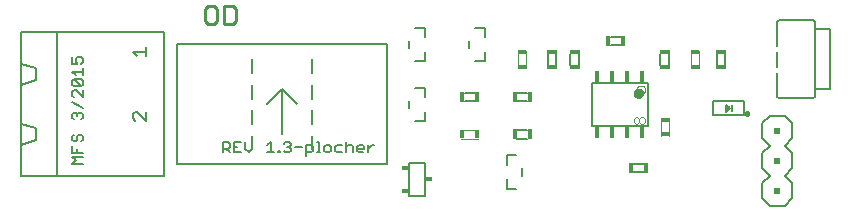
<source format=gto>
G75*
%MOIN*%
%OFA0B0*%
%FSLAX25Y25*%
%IPPOS*%
%LPD*%
%AMOC8*
5,1,8,0,0,1.08239X$1,22.5*
%
%ADD10C,0.01600*%
%ADD11C,0.01000*%
%ADD12C,0.00500*%
%ADD13C,0.00600*%
%ADD14C,0.00400*%
%ADD15R,0.03150X0.01378*%
%ADD16R,0.01378X0.03150*%
%ADD17R,0.03400X0.01600*%
%ADD18C,0.00200*%
%ADD19R,0.01400X0.04000*%
%ADD20R,0.01600X0.03400*%
%ADD21R,0.02300X0.01800*%
%ADD22C,0.00800*%
%ADD23R,0.02000X0.02000*%
D10*
X0206250Y0045350D02*
X0206252Y0045406D01*
X0206258Y0045463D01*
X0206268Y0045518D01*
X0206282Y0045573D01*
X0206299Y0045627D01*
X0206321Y0045679D01*
X0206346Y0045729D01*
X0206374Y0045778D01*
X0206406Y0045825D01*
X0206441Y0045869D01*
X0206479Y0045911D01*
X0206520Y0045950D01*
X0206564Y0045985D01*
X0206610Y0046018D01*
X0206658Y0046047D01*
X0206708Y0046073D01*
X0206760Y0046096D01*
X0206814Y0046114D01*
X0206868Y0046129D01*
X0206923Y0046140D01*
X0206979Y0046147D01*
X0207036Y0046150D01*
X0207092Y0046149D01*
X0207149Y0046144D01*
X0207204Y0046135D01*
X0207259Y0046122D01*
X0207313Y0046105D01*
X0207366Y0046085D01*
X0207417Y0046061D01*
X0207466Y0046033D01*
X0207513Y0046002D01*
X0207558Y0045968D01*
X0207601Y0045930D01*
X0207640Y0045890D01*
X0207677Y0045847D01*
X0207710Y0045802D01*
X0207740Y0045754D01*
X0207767Y0045704D01*
X0207790Y0045653D01*
X0207810Y0045600D01*
X0207826Y0045546D01*
X0207838Y0045490D01*
X0207846Y0045435D01*
X0207850Y0045378D01*
X0207850Y0045322D01*
X0207846Y0045265D01*
X0207838Y0045210D01*
X0207826Y0045154D01*
X0207810Y0045100D01*
X0207790Y0045047D01*
X0207767Y0044996D01*
X0207740Y0044946D01*
X0207710Y0044898D01*
X0207677Y0044853D01*
X0207640Y0044810D01*
X0207601Y0044770D01*
X0207558Y0044732D01*
X0207513Y0044698D01*
X0207466Y0044667D01*
X0207417Y0044639D01*
X0207366Y0044615D01*
X0207313Y0044595D01*
X0207259Y0044578D01*
X0207204Y0044565D01*
X0207149Y0044556D01*
X0207092Y0044551D01*
X0207036Y0044550D01*
X0206979Y0044553D01*
X0206923Y0044560D01*
X0206868Y0044571D01*
X0206814Y0044586D01*
X0206760Y0044604D01*
X0206708Y0044627D01*
X0206658Y0044653D01*
X0206610Y0044682D01*
X0206564Y0044715D01*
X0206520Y0044750D01*
X0206479Y0044789D01*
X0206441Y0044831D01*
X0206406Y0044875D01*
X0206374Y0044922D01*
X0206346Y0044971D01*
X0206321Y0045021D01*
X0206299Y0045073D01*
X0206282Y0045127D01*
X0206268Y0045182D01*
X0206258Y0045237D01*
X0206252Y0045294D01*
X0206250Y0045350D01*
X0243350Y0038850D02*
X0243350Y0038350D01*
D11*
X0072999Y0069351D02*
X0071998Y0068350D01*
X0068995Y0068350D01*
X0068995Y0074355D01*
X0071998Y0074355D01*
X0072999Y0073354D01*
X0072999Y0069351D01*
X0066553Y0069351D02*
X0066553Y0073354D01*
X0065553Y0074355D01*
X0063551Y0074355D01*
X0062550Y0073354D01*
X0062550Y0069351D01*
X0063551Y0068350D01*
X0065553Y0068350D01*
X0066553Y0069351D01*
D12*
X0053300Y0061600D02*
X0053300Y0021600D01*
X0123300Y0021600D01*
X0123300Y0061600D01*
X0053300Y0061600D01*
X0043050Y0060749D02*
X0043050Y0057746D01*
X0040047Y0057746D02*
X0038546Y0059247D01*
X0043050Y0059247D01*
X0078300Y0056600D02*
X0078300Y0052053D01*
X0078300Y0048116D02*
X0078300Y0043569D01*
X0083300Y0041600D02*
X0088300Y0046600D01*
X0093300Y0041600D01*
X0098300Y0043569D02*
X0098300Y0048116D01*
X0088300Y0046600D02*
X0088300Y0031600D01*
X0089391Y0029103D02*
X0090559Y0029103D01*
X0091143Y0028519D01*
X0091143Y0027935D01*
X0090559Y0027351D01*
X0091143Y0026768D01*
X0091143Y0026184D01*
X0090559Y0025600D01*
X0089391Y0025600D01*
X0088807Y0026184D01*
X0087550Y0026184D02*
X0087550Y0025600D01*
X0086966Y0025600D01*
X0086966Y0026184D01*
X0087550Y0026184D01*
X0085618Y0025600D02*
X0083283Y0025600D01*
X0084450Y0025600D02*
X0084450Y0029103D01*
X0083283Y0027935D01*
X0078300Y0026600D02*
X0078300Y0031147D01*
X0078252Y0029103D02*
X0078252Y0026768D01*
X0077084Y0025600D01*
X0075916Y0026768D01*
X0075916Y0029103D01*
X0074568Y0029103D02*
X0072233Y0029103D01*
X0072233Y0025600D01*
X0074568Y0025600D01*
X0073401Y0027351D02*
X0072233Y0027351D01*
X0070885Y0027351D02*
X0070301Y0026768D01*
X0068550Y0026768D01*
X0069718Y0026768D02*
X0070885Y0025600D01*
X0068550Y0025600D02*
X0068550Y0029103D01*
X0070301Y0029103D01*
X0070885Y0028519D01*
X0070885Y0027351D01*
X0088807Y0028519D02*
X0089391Y0029103D01*
X0089975Y0027351D02*
X0090559Y0027351D01*
X0092490Y0027351D02*
X0094826Y0027351D01*
X0096174Y0027935D02*
X0097925Y0027935D01*
X0098509Y0027351D01*
X0098509Y0026184D01*
X0097925Y0025600D01*
X0096174Y0025600D01*
X0096174Y0024432D02*
X0096174Y0027935D01*
X0098300Y0026600D02*
X0098300Y0031147D01*
X0099857Y0029103D02*
X0100441Y0029103D01*
X0100441Y0025600D01*
X0101024Y0025600D02*
X0099857Y0025600D01*
X0102312Y0026184D02*
X0102896Y0025600D01*
X0104064Y0025600D01*
X0104647Y0026184D01*
X0104647Y0027351D01*
X0104064Y0027935D01*
X0102896Y0027935D01*
X0102312Y0027351D01*
X0102312Y0026184D01*
X0105995Y0026184D02*
X0106579Y0025600D01*
X0108331Y0025600D01*
X0109678Y0025600D02*
X0109678Y0029103D01*
X0110262Y0027935D02*
X0111430Y0027935D01*
X0112014Y0027351D01*
X0112014Y0025600D01*
X0113362Y0026184D02*
X0113362Y0027351D01*
X0113945Y0027935D01*
X0115113Y0027935D01*
X0115697Y0027351D01*
X0115697Y0026768D01*
X0113362Y0026768D01*
X0113362Y0026184D02*
X0113945Y0025600D01*
X0115113Y0025600D01*
X0117045Y0025600D02*
X0117045Y0027935D01*
X0117045Y0026768D02*
X0118212Y0027935D01*
X0118796Y0027935D01*
X0110262Y0027935D02*
X0109678Y0027351D01*
X0108331Y0027935D02*
X0106579Y0027935D01*
X0105995Y0027351D01*
X0105995Y0026184D01*
X0098300Y0035084D02*
X0098300Y0039631D01*
X0078300Y0039631D02*
X0078300Y0035084D01*
X0043050Y0036246D02*
X0040047Y0039249D01*
X0039297Y0039249D01*
X0038546Y0038498D01*
X0038546Y0036997D01*
X0039297Y0036246D01*
X0043050Y0036246D02*
X0043050Y0039249D01*
X0098300Y0052053D02*
X0098300Y0056600D01*
X0191500Y0048700D02*
X0191500Y0034500D01*
X0210100Y0034500D01*
X0210100Y0048700D01*
X0191500Y0048700D01*
X0231750Y0042650D02*
X0231750Y0038050D01*
X0234950Y0038050D01*
X0239150Y0038050D01*
X0242350Y0038050D01*
X0242350Y0042650D01*
X0239150Y0042650D01*
X0234950Y0042650D01*
X0231750Y0042650D01*
X0236150Y0041550D02*
X0236150Y0039150D01*
X0237550Y0040350D01*
X0237550Y0040450D02*
X0236150Y0041550D01*
X0236450Y0040950D02*
X0236450Y0039850D01*
X0236750Y0040050D02*
X0236750Y0040650D01*
X0237250Y0040650D01*
X0237250Y0040150D01*
X0238250Y0039350D02*
X0238250Y0041350D01*
X0265800Y0046600D02*
X0271000Y0046600D01*
X0271000Y0066600D01*
X0265800Y0066600D01*
X0271000Y0066600D01*
X0271000Y0046600D01*
X0265800Y0046600D01*
D13*
X0001300Y0028100D02*
X0001300Y0017600D01*
X0013300Y0017600D01*
X0048800Y0017600D01*
X0048800Y0029100D01*
X0048800Y0034100D01*
X0048800Y0049100D01*
X0048800Y0054100D01*
X0048800Y0065600D01*
X0013300Y0065600D01*
X0001300Y0065600D01*
X0001300Y0055100D01*
X0001300Y0048100D01*
X0001300Y0035100D01*
X0001300Y0028100D01*
X0006300Y0029600D01*
X0006300Y0033600D01*
X0001300Y0035100D01*
X0018347Y0037200D02*
X0018347Y0038334D01*
X0018914Y0038901D01*
X0019481Y0038901D01*
X0020049Y0038334D01*
X0020616Y0038901D01*
X0021183Y0038901D01*
X0021750Y0038334D01*
X0021750Y0037200D01*
X0021183Y0036633D01*
X0020049Y0037767D02*
X0020049Y0038334D01*
X0018914Y0036633D02*
X0018347Y0037200D01*
X0021750Y0040316D02*
X0018347Y0042584D01*
X0018914Y0043999D02*
X0018347Y0044566D01*
X0018347Y0045700D01*
X0018914Y0046267D01*
X0019481Y0046267D01*
X0021750Y0043999D01*
X0021750Y0046267D01*
X0021183Y0047682D02*
X0018914Y0047682D01*
X0018347Y0048249D01*
X0018347Y0049383D01*
X0018914Y0049951D01*
X0021183Y0047682D01*
X0021750Y0048249D01*
X0021750Y0049383D01*
X0021183Y0049951D01*
X0018914Y0049951D01*
X0019481Y0051365D02*
X0018347Y0052499D01*
X0021750Y0052499D01*
X0021750Y0051365D02*
X0021750Y0053634D01*
X0021183Y0055048D02*
X0021750Y0055615D01*
X0021750Y0056750D01*
X0021183Y0057317D01*
X0020049Y0057317D01*
X0019481Y0056750D01*
X0019481Y0056183D01*
X0020049Y0055048D01*
X0018347Y0055048D01*
X0018347Y0057317D01*
X0006300Y0053600D02*
X0001300Y0055100D01*
X0006300Y0053600D02*
X0006300Y0049600D01*
X0001300Y0048100D01*
X0018347Y0030968D02*
X0018347Y0029833D01*
X0018914Y0029266D01*
X0019481Y0029266D01*
X0020049Y0029833D01*
X0020049Y0030968D01*
X0020616Y0031535D01*
X0021183Y0031535D01*
X0021750Y0030968D01*
X0021750Y0029833D01*
X0021183Y0029266D01*
X0018347Y0027852D02*
X0018347Y0025583D01*
X0021750Y0025583D01*
X0021750Y0024169D02*
X0018347Y0024169D01*
X0019481Y0023034D01*
X0018347Y0021900D01*
X0021750Y0021900D01*
X0020049Y0025583D02*
X0020049Y0026717D01*
X0018347Y0030968D02*
X0018914Y0031535D01*
X0013300Y0017600D02*
X0013300Y0065600D01*
X0130700Y0062900D02*
X0130700Y0060300D01*
X0135900Y0059200D02*
X0135900Y0056000D01*
X0132700Y0056000D01*
X0150700Y0060300D02*
X0150700Y0062900D01*
X0155900Y0064000D02*
X0155900Y0067200D01*
X0152700Y0067200D01*
X0135900Y0067200D02*
X0135900Y0064000D01*
X0135900Y0067200D02*
X0132700Y0067200D01*
X0155900Y0059200D02*
X0155900Y0056000D01*
X0152700Y0056000D01*
X0176898Y0054899D02*
X0176898Y0058301D01*
X0179702Y0058301D02*
X0179702Y0054899D01*
X0184398Y0054899D02*
X0184398Y0058301D01*
X0187202Y0058301D02*
X0187202Y0054899D01*
X0197849Y0061448D02*
X0201251Y0061448D01*
X0201251Y0064252D02*
X0197849Y0064252D01*
X0214398Y0058301D02*
X0214398Y0054899D01*
X0217202Y0054899D02*
X0217202Y0058301D01*
X0233148Y0058301D02*
X0233148Y0054899D01*
X0235952Y0054899D02*
X0235952Y0058301D01*
X0253300Y0059100D02*
X0253300Y0054100D01*
X0253300Y0052100D02*
X0253300Y0044100D01*
X0253800Y0043600D01*
X0258300Y0043600D01*
X0265300Y0043600D01*
X0265800Y0044100D01*
X0265800Y0046600D01*
X0265800Y0051100D01*
X0265800Y0062100D01*
X0265800Y0066600D01*
X0265800Y0069100D01*
X0265300Y0069600D01*
X0258300Y0069600D01*
X0253800Y0069600D01*
X0253300Y0069100D01*
X0253300Y0061100D01*
X0170001Y0045502D02*
X0166599Y0045502D01*
X0166599Y0042698D02*
X0170001Y0042698D01*
X0152501Y0042698D02*
X0149099Y0042698D01*
X0149099Y0045502D02*
X0152501Y0045502D01*
X0135900Y0044000D02*
X0135900Y0047200D01*
X0132700Y0047200D01*
X0130700Y0042900D02*
X0130700Y0040300D01*
X0135900Y0039200D02*
X0135900Y0036000D01*
X0132700Y0036000D01*
X0166599Y0033002D02*
X0170001Y0033002D01*
X0170001Y0030198D02*
X0166599Y0030198D01*
X0166400Y0024700D02*
X0163200Y0024700D01*
X0163200Y0021500D01*
X0168400Y0020400D02*
X0168400Y0017800D01*
X0163200Y0016700D02*
X0163200Y0013500D01*
X0166400Y0013500D01*
X0135900Y0014109D02*
X0135900Y0011000D01*
X0132570Y0011000D01*
X0130700Y0011000D02*
X0130700Y0022200D01*
X0135900Y0022200D01*
X0135900Y0019189D01*
X0135900Y0022200D02*
X0132570Y0022200D01*
X0135900Y0022200D02*
X0135900Y0011000D01*
X0130700Y0011000D01*
X0205349Y0018948D02*
X0208751Y0018948D01*
X0208751Y0021752D02*
X0205349Y0021752D01*
D14*
X0214422Y0031246D02*
X0214422Y0036954D01*
X0217178Y0036954D02*
X0217178Y0031246D01*
X0209100Y0035717D02*
X0208499Y0035117D01*
X0207899Y0035117D01*
X0207298Y0035717D01*
X0207298Y0036918D01*
X0207899Y0037519D01*
X0208499Y0037519D01*
X0209100Y0036918D01*
X0209100Y0035717D01*
X0207298Y0035717D02*
X0206698Y0035117D01*
X0206097Y0035117D01*
X0205497Y0035717D01*
X0205497Y0036918D01*
X0206097Y0037519D01*
X0206698Y0037519D01*
X0207298Y0036918D01*
X0224422Y0053746D02*
X0224422Y0059454D01*
X0227178Y0059454D02*
X0227178Y0053746D01*
X0169678Y0053746D02*
X0169678Y0059454D01*
X0166922Y0059454D02*
X0166922Y0053746D01*
X0153654Y0032978D02*
X0147946Y0032978D01*
X0147946Y0030222D02*
X0153654Y0030222D01*
D15*
X0215800Y0031639D03*
X0215800Y0036561D03*
X0225800Y0054139D03*
X0225800Y0059061D03*
X0168300Y0059061D03*
X0168300Y0054139D03*
D16*
X0153261Y0031600D03*
X0148339Y0031600D03*
D17*
X0178300Y0054100D03*
X0185800Y0054100D03*
X0185800Y0059100D03*
X0178300Y0059100D03*
X0215800Y0059100D03*
X0215800Y0054100D03*
X0234550Y0054100D03*
X0234550Y0059100D03*
D18*
X0206500Y0046500D02*
X0206502Y0046575D01*
X0206508Y0046649D01*
X0206518Y0046723D01*
X0206532Y0046796D01*
X0206549Y0046868D01*
X0206571Y0046940D01*
X0206596Y0047010D01*
X0206625Y0047078D01*
X0206658Y0047146D01*
X0206694Y0047211D01*
X0206733Y0047274D01*
X0206776Y0047335D01*
X0206822Y0047394D01*
X0206871Y0047450D01*
X0206923Y0047503D01*
X0206978Y0047554D01*
X0207035Y0047601D01*
X0207095Y0047646D01*
X0207157Y0047687D01*
X0207222Y0047725D01*
X0207288Y0047759D01*
X0207356Y0047790D01*
X0207425Y0047817D01*
X0207496Y0047840D01*
X0207568Y0047860D01*
X0207641Y0047876D01*
X0207714Y0047888D01*
X0207788Y0047896D01*
X0207863Y0047900D01*
X0207937Y0047900D01*
X0208012Y0047896D01*
X0208086Y0047888D01*
X0208159Y0047876D01*
X0208232Y0047860D01*
X0208304Y0047840D01*
X0208375Y0047817D01*
X0208444Y0047790D01*
X0208512Y0047759D01*
X0208578Y0047725D01*
X0208643Y0047687D01*
X0208705Y0047646D01*
X0208765Y0047601D01*
X0208822Y0047554D01*
X0208877Y0047503D01*
X0208929Y0047450D01*
X0208978Y0047394D01*
X0209024Y0047335D01*
X0209067Y0047274D01*
X0209106Y0047211D01*
X0209142Y0047146D01*
X0209175Y0047078D01*
X0209204Y0047010D01*
X0209229Y0046940D01*
X0209251Y0046868D01*
X0209268Y0046796D01*
X0209282Y0046723D01*
X0209292Y0046649D01*
X0209298Y0046575D01*
X0209300Y0046500D01*
X0209298Y0046425D01*
X0209292Y0046351D01*
X0209282Y0046277D01*
X0209268Y0046204D01*
X0209251Y0046132D01*
X0209229Y0046060D01*
X0209204Y0045990D01*
X0209175Y0045922D01*
X0209142Y0045854D01*
X0209106Y0045789D01*
X0209067Y0045726D01*
X0209024Y0045665D01*
X0208978Y0045606D01*
X0208929Y0045550D01*
X0208877Y0045497D01*
X0208822Y0045446D01*
X0208765Y0045399D01*
X0208705Y0045354D01*
X0208643Y0045313D01*
X0208578Y0045275D01*
X0208512Y0045241D01*
X0208444Y0045210D01*
X0208375Y0045183D01*
X0208304Y0045160D01*
X0208232Y0045140D01*
X0208159Y0045124D01*
X0208086Y0045112D01*
X0208012Y0045104D01*
X0207937Y0045100D01*
X0207863Y0045100D01*
X0207788Y0045104D01*
X0207714Y0045112D01*
X0207641Y0045124D01*
X0207568Y0045140D01*
X0207496Y0045160D01*
X0207425Y0045183D01*
X0207356Y0045210D01*
X0207288Y0045241D01*
X0207222Y0045275D01*
X0207157Y0045313D01*
X0207095Y0045354D01*
X0207035Y0045399D01*
X0206978Y0045446D01*
X0206923Y0045497D01*
X0206871Y0045550D01*
X0206822Y0045606D01*
X0206776Y0045665D01*
X0206733Y0045726D01*
X0206694Y0045789D01*
X0206658Y0045854D01*
X0206625Y0045922D01*
X0206596Y0045990D01*
X0206571Y0046060D01*
X0206549Y0046132D01*
X0206532Y0046204D01*
X0206518Y0046277D01*
X0206508Y0046351D01*
X0206502Y0046425D01*
X0206500Y0046500D01*
D19*
X0208300Y0050900D03*
X0203300Y0050900D03*
X0198300Y0050900D03*
X0193300Y0050900D03*
X0193300Y0032300D03*
X0198300Y0032300D03*
X0203300Y0032300D03*
X0208300Y0032300D03*
D20*
X0170800Y0031600D03*
X0165800Y0031600D03*
X0204550Y0020350D03*
X0209550Y0020350D03*
X0170800Y0044100D03*
X0165800Y0044100D03*
X0153300Y0044100D03*
X0148300Y0044100D03*
X0197050Y0062850D03*
X0202050Y0062850D03*
D21*
X0129350Y0020300D03*
X0137250Y0016600D03*
X0129350Y0012900D03*
D22*
X0248300Y0015350D02*
X0248300Y0010350D01*
X0250800Y0007850D01*
X0255800Y0007850D01*
X0258300Y0010350D01*
X0258300Y0015350D01*
X0255800Y0017850D01*
X0258300Y0020350D01*
X0258300Y0025350D01*
X0255800Y0027850D01*
X0258300Y0030350D01*
X0258300Y0035350D01*
X0255800Y0037850D01*
X0250800Y0037850D01*
X0248300Y0035350D01*
X0248300Y0030350D01*
X0250800Y0027850D01*
X0248300Y0025350D01*
X0248300Y0020350D01*
X0250800Y0017850D01*
X0248300Y0015350D01*
D23*
X0253300Y0012850D03*
X0253300Y0022850D03*
X0253300Y0032850D03*
M02*

</source>
